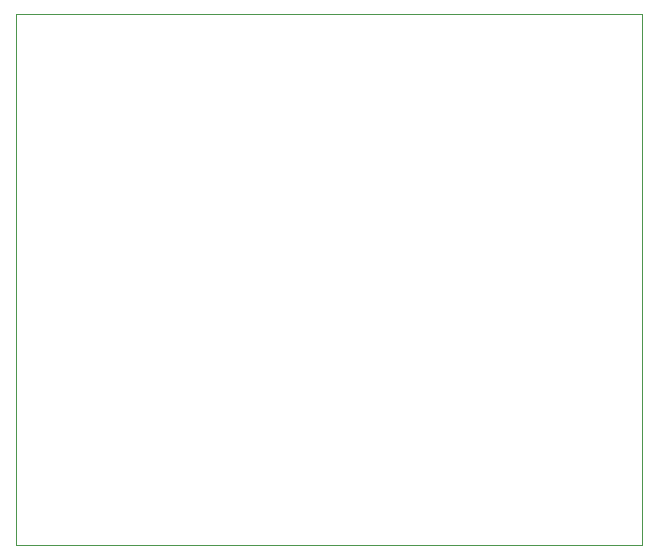
<source format=gbr>
%TF.GenerationSoftware,KiCad,Pcbnew,7.0.1*%
%TF.CreationDate,2023-04-11T14:03:01+02:00*%
%TF.ProjectId,sistabossen,73697374-6162-46f7-9373-656e2e6b6963,rev?*%
%TF.SameCoordinates,Original*%
%TF.FileFunction,Profile,NP*%
%FSLAX46Y46*%
G04 Gerber Fmt 4.6, Leading zero omitted, Abs format (unit mm)*
G04 Created by KiCad (PCBNEW 7.0.1) date 2023-04-11 14:03:01*
%MOMM*%
%LPD*%
G01*
G04 APERTURE LIST*
%TA.AperFunction,Profile*%
%ADD10C,0.100000*%
%TD*%
G04 APERTURE END LIST*
D10*
X120000000Y-40000000D02*
X120000000Y-85000000D01*
X67500000Y-85000000D02*
X67000000Y-85000000D01*
X120000000Y-85000000D02*
X67500000Y-85000000D01*
X67000000Y-40000000D02*
X120000000Y-40000000D01*
X67000000Y-85000000D02*
X67000000Y-40000000D01*
M02*

</source>
